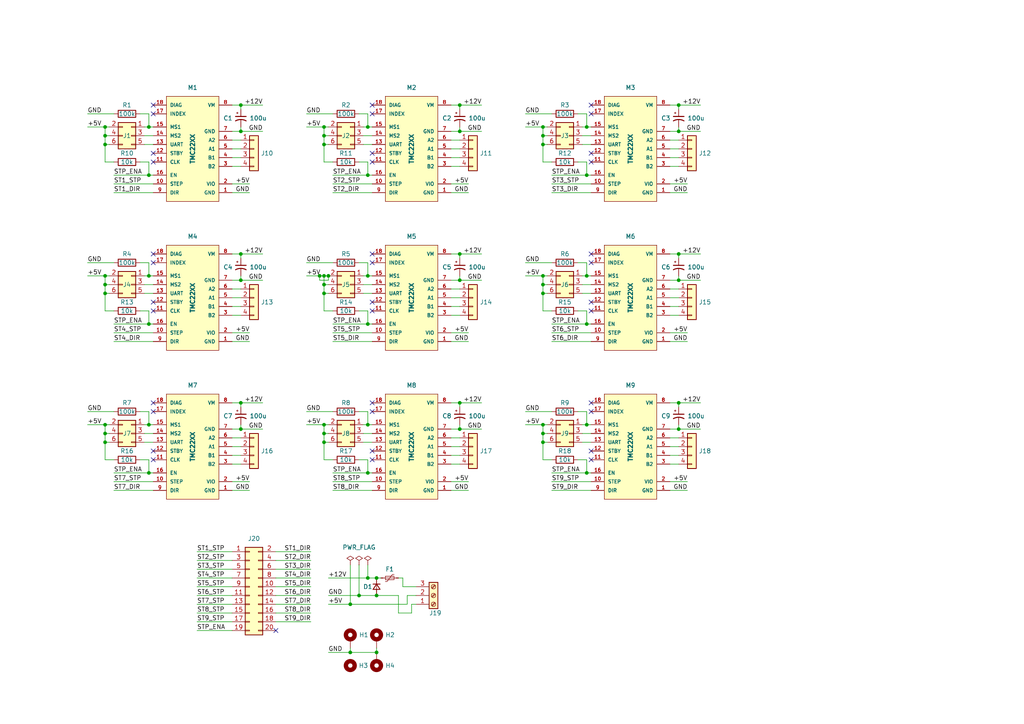
<source format=kicad_sch>
(kicad_sch (version 20231120) (generator "eeschema") (generator_version "8.0")
  (paper "A4")
  (title_block (title "StepperBoard") (date "2024-09-20") (rev "v2") (company "Team RED") (comment 1 "Designer: Shrijal"))
  (junction (at 69.85 81.28))
  (junction (at 30.48 128.27))
  (junction (at 196.85 30.48))
  (junction (at 93.98 36.83))
  (junction (at 170.18 36.83))
  (junction (at 30.48 123.19))
  (junction (at 101.6 189.23))
  (junction (at 30.48 41.91))
  (junction (at 157.48 39.37))
  (junction (at 170.18 123.19))
  (junction (at 43.18 123.19))
  (junction (at 106.68 137.16))
  (junction (at 196.85 124.46))
  (junction (at 93.98 128.27))
  (junction (at 106.68 167.64))
  (junction (at 133.35 116.84))
  (junction (at 93.98 125.73))
  (junction (at 106.68 36.83))
  (junction (at 93.98 123.19))
  (junction (at 69.85 73.66))
  (junction (at 93.98 39.37))
  (junction (at 106.68 50.8))
  (junction (at 69.85 30.48))
  (junction (at 43.18 93.98))
  (junction (at 196.85 116.84))
  (junction (at 30.48 80.01))
  (junction (at 30.48 82.55))
  (junction (at 157.48 123.19))
  (junction (at 93.98 80.01))
  (junction (at 133.35 30.48))
  (junction (at 157.48 36.83))
  (junction (at 69.85 116.84))
  (junction (at 157.48 82.55))
  (junction (at 43.18 50.8))
  (junction (at 170.18 80.01))
  (junction (at 196.85 73.66))
  (junction (at 95.25 80.01))
  (junction (at 109.22 172.72))
  (junction (at 106.68 93.98))
  (junction (at 196.85 38.1))
  (junction (at 133.35 81.28))
  (junction (at 106.68 80.01))
  (junction (at 43.18 36.83))
  (junction (at 30.48 36.83))
  (junction (at 69.85 124.46))
  (junction (at 93.98 41.91))
  (junction (at 157.48 41.91))
  (junction (at 157.48 125.73))
  (junction (at 92.71 80.01))
  (junction (at 106.68 123.19))
  (junction (at 170.18 93.98))
  (junction (at 30.48 39.37))
  (junction (at 30.48 85.09))
  (junction (at 170.18 137.16))
  (junction (at 109.22 189.23))
  (junction (at 133.35 38.1))
  (junction (at 43.18 80.01))
  (junction (at 109.22 167.64))
  (junction (at 30.48 125.73))
  (junction (at 157.48 128.27))
  (junction (at 101.6 175.26))
  (junction (at 43.18 137.16))
  (junction (at 170.18 50.8))
  (junction (at 104.14 172.72))
  (junction (at 196.85 81.28))
  (junction (at 93.98 82.55))
  (junction (at 133.35 124.46))
  (junction (at 157.48 85.09))
  (junction (at 157.48 80.01))
  (junction (at 93.98 85.09))
  (junction (at 69.85 38.1))
  (junction (at 133.35 73.66))
  (no_connect (at 44.45 130.81))
  (no_connect (at 44.45 76.2))
  (no_connect (at 44.45 119.38))
  (no_connect (at 44.45 30.48))
  (no_connect (at 44.45 44.45))
  (no_connect (at 107.95 90.17))
  (no_connect (at 44.45 133.35))
  (no_connect (at 171.45 87.63))
  (no_connect (at 171.45 116.84))
  (no_connect (at 171.45 44.45))
  (no_connect (at 171.45 90.17))
  (no_connect (at 107.95 33.02))
  (no_connect (at 171.45 30.48))
  (no_connect (at 171.45 46.99))
  (no_connect (at 171.45 76.2))
  (no_connect (at 44.45 116.84))
  (no_connect (at 80.01 182.88))
  (no_connect (at 171.45 33.02))
  (no_connect (at 44.45 73.66))
  (no_connect (at 107.95 76.2))
  (no_connect (at 44.45 46.99))
  (no_connect (at 171.45 119.38))
  (no_connect (at 107.95 130.81))
  (no_connect (at 107.95 133.35))
  (no_connect (at 171.45 73.66))
  (no_connect (at 107.95 73.66))
  (no_connect (at 171.45 133.35))
  (no_connect (at 171.45 130.81))
  (no_connect (at 44.45 33.02))
  (no_connect (at 107.95 116.84))
  (no_connect (at 107.95 30.48))
  (no_connect (at 107.95 87.63))
  (no_connect (at 107.95 44.45))
  (no_connect (at 44.45 87.63))
  (no_connect (at 107.95 46.99))
  (no_connect (at 44.45 90.17))
  (no_connect (at 107.95 119.38))
  (wire (pts (xy 160.02 137.16) (xy 170.18 137.16)))
  (wire (pts (xy 160.02 133.35) (xy 157.48 133.35)))
  (wire (pts (xy 194.31 127) (xy 196.85 127)))
  (wire (pts (xy 67.31 116.84) (xy 69.85 116.84)))
  (wire (pts (xy 133.35 118.11) (xy 133.35 116.84)))
  (wire (pts (xy 152.4 33.02) (xy 160.02 33.02)))
  (wire (pts (xy 67.31 43.18) (xy 69.85 43.18)))
  (wire (pts (xy 168.91 36.83) (xy 170.18 36.83)))
  (wire (pts (xy 43.18 36.83) (xy 44.45 36.83)))
  (wire (pts (xy 133.35 31.75) (xy 133.35 30.48)))
  (wire (pts (xy 67.31 96.52) (xy 72.39 96.52)))
  (wire (pts (xy 93.98 39.37) (xy 95.25 39.37)))
  (wire (pts (xy 157.48 128.27) (xy 157.48 125.73)))
  (wire (pts (xy 95.25 81.28) (xy 92.71 81.28)))
  (wire (pts (xy 157.48 36.83) (xy 158.75 36.83)))
  (wire (pts (xy 41.91 36.83) (xy 43.18 36.83)))
  (wire (pts (xy 96.52 142.24) (xy 107.95 142.24)))
  (wire (pts (xy 109.22 167.64) (xy 110.49 167.64)))
  (wire (pts (xy 194.31 132.08) (xy 196.85 132.08)))
  (wire (pts (xy 130.81 99.06) (xy 135.89 99.06)))
  (wire (pts (xy 57.15 170.18) (xy 67.31 170.18)))
  (wire (pts (xy 88.9 119.38) (xy 96.52 119.38)))
  (wire (pts (xy 30.48 128.27) (xy 30.48 125.73)))
  (wire (pts (xy 41.91 41.91) (xy 44.45 41.91)))
  (wire (pts (xy 130.81 88.9) (xy 133.35 88.9)))
  (wire (pts (xy 95.25 172.72) (xy 104.14 172.72)))
  (wire (pts (xy 96.52 46.99) (xy 93.98 46.99)))
  (wire (pts (xy 196.85 124.46) (xy 203.2 124.46)))
  (wire (pts (xy 30.48 39.37) (xy 30.48 36.83)))
  (wire (pts (xy 168.91 128.27) (xy 171.45 128.27)))
  (wire (pts (xy 104.14 90.17) (xy 106.68 90.17)))
  (wire (pts (xy 160.02 93.98) (xy 170.18 93.98)))
  (wire (pts (xy 130.81 43.18) (xy 133.35 43.18)))
  (wire (pts (xy 157.48 41.91) (xy 157.48 39.37)))
  (wire (pts (xy 57.15 172.72) (xy 67.31 172.72)))
  (wire (pts (xy 157.48 82.55) (xy 158.75 82.55)))
  (wire (pts (xy 67.31 139.7) (xy 72.39 139.7)))
  (wire (pts (xy 133.35 74.93) (xy 133.35 73.66)))
  (wire (pts (xy 101.6 189.23) (xy 101.6 187.96)))
  (wire (pts (xy 69.85 36.83) (xy 69.85 38.1)))
  (wire (pts (xy 119.38 177.8) (xy 119.38 175.26)))
  (wire (pts (xy 157.48 39.37) (xy 157.48 36.83)))
  (wire (pts (xy 105.41 41.91) (xy 107.95 41.91)))
  (wire (pts (xy 93.98 46.99) (xy 93.98 41.91)))
  (wire (pts (xy 57.15 180.34) (xy 67.31 180.34)))
  (wire (pts (xy 130.81 38.1) (xy 133.35 38.1)))
  (wire (pts (xy 69.85 30.48) (xy 76.2 30.48)))
  (wire (pts (xy 106.68 133.35) (xy 106.68 137.16)))
  (wire (pts (xy 43.18 76.2) (xy 43.18 80.01)))
  (wire (pts (xy 67.31 124.46) (xy 69.85 124.46)))
  (wire (pts (xy 130.81 91.44) (xy 133.35 91.44)))
  (wire (pts (xy 194.31 139.7) (xy 199.39 139.7)))
  (wire (pts (xy 67.31 129.54) (xy 69.85 129.54)))
  (wire (pts (xy 30.48 85.09) (xy 31.75 85.09)))
  (wire (pts (xy 88.9 76.2) (xy 96.52 76.2)))
  (wire (pts (xy 80.01 180.34) (xy 90.17 180.34)))
  (wire (pts (xy 133.35 123.19) (xy 133.35 124.46)))
  (wire (pts (xy 105.41 82.55) (xy 107.95 82.55)))
  (wire (pts (xy 33.02 139.7) (xy 44.45 139.7)))
  (wire (pts (xy 96.52 55.88) (xy 107.95 55.88)))
  (wire (pts (xy 168.91 39.37) (xy 171.45 39.37)))
  (wire (pts (xy 80.01 175.26) (xy 90.17 175.26)))
  (wire (pts (xy 106.68 137.16) (xy 107.95 137.16)))
  (wire (pts (xy 43.18 137.16) (xy 44.45 137.16)))
  (wire (pts (xy 160.02 90.17) (xy 157.48 90.17)))
  (wire (pts (xy 106.68 76.2) (xy 106.68 80.01)))
  (wire (pts (xy 30.48 133.35) (xy 30.48 128.27)))
  (wire (pts (xy 194.31 96.52) (xy 199.39 96.52)))
  (wire (pts (xy 130.81 124.46) (xy 133.35 124.46)))
  (wire (pts (xy 31.75 80.01) (xy 30.48 80.01)))
  (wire (pts (xy 67.31 81.28) (xy 69.85 81.28)))
  (wire (pts (xy 104.14 133.35) (xy 106.68 133.35)))
  (wire (pts (xy 96.52 50.8) (xy 106.68 50.8)))
  (wire (pts (xy 130.81 48.26) (xy 133.35 48.26)))
  (wire (pts (xy 194.31 142.24) (xy 199.39 142.24)))
  (wire (pts (xy 41.91 123.19) (xy 43.18 123.19)))
  (wire (pts (xy 101.6 163.83) (xy 101.6 175.26)))
  (wire (pts (xy 93.98 125.73) (xy 93.98 123.19)))
  (wire (pts (xy 170.18 76.2) (xy 170.18 80.01)))
  (wire (pts (xy 41.91 82.55) (xy 44.45 82.55)))
  (wire (pts (xy 101.6 175.26) (xy 118.11 175.26)))
  (wire (pts (xy 95.25 175.26) (xy 101.6 175.26)))
  (wire (pts (xy 170.18 33.02) (xy 170.18 36.83)))
  (wire (pts (xy 67.31 55.88) (xy 72.39 55.88)))
  (wire (pts (xy 116.84 170.18) (xy 120.65 170.18)))
  (wire (pts (xy 157.48 125.73) (xy 157.48 123.19)))
  (wire (pts (xy 196.85 118.11) (xy 196.85 116.84)))
  (wire (pts (xy 33.02 96.52) (xy 44.45 96.52)))
  (wire (pts (xy 130.81 45.72) (xy 133.35 45.72)))
  (wire (pts (xy 96.52 53.34) (xy 107.95 53.34)))
  (wire (pts (xy 106.68 167.64) (xy 109.22 167.64)))
  (wire (pts (xy 30.48 41.91) (xy 31.75 41.91)))
  (wire (pts (xy 41.91 80.01) (xy 43.18 80.01)))
  (wire (pts (xy 168.91 80.01) (xy 170.18 80.01)))
  (wire (pts (xy 130.81 127) (xy 133.35 127)))
  (wire (pts (xy 160.02 142.24) (xy 171.45 142.24)))
  (wire (pts (xy 57.15 175.26) (xy 67.31 175.26)))
  (wire (pts (xy 96.52 90.17) (xy 93.98 90.17)))
  (wire (pts (xy 194.31 38.1) (xy 196.85 38.1)))
  (wire (pts (xy 105.41 128.27) (xy 107.95 128.27)))
  (wire (pts (xy 101.6 189.23) (xy 109.22 189.23)))
  (wire (pts (xy 33.02 50.8) (xy 43.18 50.8)))
  (wire (pts (xy 25.4 36.83) (xy 30.48 36.83)))
  (wire (pts (xy 67.31 86.36) (xy 69.85 86.36)))
  (wire (pts (xy 196.85 30.48) (xy 203.2 30.48)))
  (wire (pts (xy 130.81 142.24) (xy 135.89 142.24)))
  (wire (pts (xy 43.18 133.35) (xy 43.18 137.16)))
  (wire (pts (xy 170.18 50.8) (xy 171.45 50.8)))
  (wire (pts (xy 96.52 93.98) (xy 106.68 93.98)))
  (wire (pts (xy 170.18 46.99) (xy 170.18 50.8)))
  (wire (pts (xy 196.85 36.83) (xy 196.85 38.1)))
  (wire (pts (xy 152.4 76.2) (xy 160.02 76.2)))
  (wire (pts (xy 33.02 99.06) (xy 44.45 99.06)))
  (wire (pts (xy 57.15 177.8) (xy 67.31 177.8)))
  (wire (pts (xy 67.31 40.64) (xy 69.85 40.64)))
  (wire (pts (xy 152.4 80.01) (xy 157.48 80.01)))
  (wire (pts (xy 168.91 82.55) (xy 171.45 82.55)))
  (wire (pts (xy 133.35 30.48) (xy 139.7 30.48)))
  (wire (pts (xy 25.4 123.19) (xy 30.48 123.19)))
  (wire (pts (xy 69.85 38.1) (xy 76.2 38.1)))
  (wire (pts (xy 130.81 132.08) (xy 133.35 132.08)))
  (wire (pts (xy 93.98 82.55) (xy 95.25 82.55)))
  (wire (pts (xy 41.91 125.73) (xy 44.45 125.73)))
  (wire (pts (xy 194.31 91.44) (xy 196.85 91.44)))
  (wire (pts (xy 57.15 167.64) (xy 67.31 167.64)))
  (wire (pts (xy 69.85 73.66) (xy 76.2 73.66)))
  (wire (pts (xy 93.98 123.19) (xy 95.25 123.19)))
  (wire (pts (xy 41.91 128.27) (xy 44.45 128.27)))
  (wire (pts (xy 33.02 55.88) (xy 44.45 55.88)))
  (wire (pts (xy 93.98 90.17) (xy 93.98 85.09)))
  (wire (pts (xy 40.64 133.35) (xy 43.18 133.35)))
  (wire (pts (xy 93.98 82.55) (xy 93.98 80.01)))
  (wire (pts (xy 93.98 80.01) (xy 95.25 80.01)))
  (wire (pts (xy 69.85 80.01) (xy 69.85 81.28)))
  (wire (pts (xy 118.11 172.72) (xy 120.65 172.72)))
  (wire (pts (xy 194.31 99.06) (xy 199.39 99.06)))
  (wire (pts (xy 170.18 133.35) (xy 170.18 137.16)))
  (wire (pts (xy 194.31 88.9) (xy 196.85 88.9)))
  (wire (pts (xy 106.68 46.99) (xy 106.68 50.8)))
  (wire (pts (xy 160.02 99.06) (xy 171.45 99.06)))
  (wire (pts (xy 33.02 142.24) (xy 44.45 142.24)))
  (wire (pts (xy 157.48 128.27) (xy 158.75 128.27)))
  (wire (pts (xy 168.91 125.73) (xy 171.45 125.73)))
  (wire (pts (xy 67.31 134.62) (xy 69.85 134.62)))
  (wire (pts (xy 196.85 31.75) (xy 196.85 30.48)))
  (wire (pts (xy 30.48 90.17) (xy 30.48 85.09)))
  (wire (pts (xy 196.85 73.66) (xy 203.2 73.66)))
  (wire (pts (xy 40.64 119.38) (xy 43.18 119.38)))
  (wire (pts (xy 30.48 82.55) (xy 30.48 80.01)))
  (wire (pts (xy 33.02 53.34) (xy 44.45 53.34)))
  (wire (pts (xy 157.48 133.35) (xy 157.48 128.27)))
  (wire (pts (xy 25.4 80.01) (xy 30.48 80.01)))
  (wire (pts (xy 167.64 46.99) (xy 170.18 46.99)))
  (wire (pts (xy 67.31 38.1) (xy 69.85 38.1)))
  (wire (pts (xy 130.81 96.52) (xy 135.89 96.52)))
  (wire (pts (xy 41.91 85.09) (xy 44.45 85.09)))
  (wire (pts (xy 133.35 80.01) (xy 133.35 81.28)))
  (wire (pts (xy 80.01 167.64) (xy 90.17 167.64)))
  (wire (pts (xy 40.64 76.2) (xy 43.18 76.2)))
  (wire (pts (xy 152.4 119.38) (xy 160.02 119.38)))
  (wire (pts (xy 43.18 123.19) (xy 44.45 123.19)))
  (wire (pts (xy 160.02 96.52) (xy 171.45 96.52)))
  (wire (pts (xy 116.84 167.64) (xy 116.84 170.18)))
  (wire (pts (xy 69.85 81.28) (xy 76.2 81.28)))
  (wire (pts (xy 130.81 73.66) (xy 133.35 73.66)))
  (wire (pts (xy 170.18 93.98) (xy 171.45 93.98)))
  (wire (pts (xy 95.25 189.23) (xy 101.6 189.23)))
  (wire (pts (xy 93.98 85.09) (xy 95.25 85.09)))
  (wire (pts (xy 106.68 36.83) (xy 107.95 36.83)))
  (wire (pts (xy 130.81 81.28) (xy 133.35 81.28)))
  (wire (pts (xy 69.85 116.84) (xy 76.2 116.84)))
  (wire (pts (xy 130.81 116.84) (xy 133.35 116.84)))
  (wire (pts (xy 130.81 55.88) (xy 135.89 55.88)))
  (wire (pts (xy 194.31 124.46) (xy 196.85 124.46)))
  (wire (pts (xy 88.9 36.83) (xy 93.98 36.83)))
  (wire (pts (xy 104.14 33.02) (xy 106.68 33.02)))
  (wire (pts (xy 105.41 36.83) (xy 106.68 36.83)))
  (wire (pts (xy 30.48 125.73) (xy 30.48 123.19)))
  (wire (pts (xy 167.64 119.38) (xy 170.18 119.38)))
  (wire (pts (xy 157.48 46.99) (xy 157.48 41.91)))
  (wire (pts (xy 43.18 90.17) (xy 43.18 93.98)))
  (wire (pts (xy 194.31 134.62) (xy 196.85 134.62)))
  (wire (pts (xy 109.22 172.72) (xy 115.57 172.72)))
  (wire (pts (xy 43.18 33.02) (xy 43.18 36.83)))
  (wire (pts (xy 130.81 83.82) (xy 133.35 83.82)))
  (wire (pts (xy 106.68 93.98) (xy 107.95 93.98)))
  (wire (pts (xy 95.25 80.01) (xy 95.25 81.28)))
  (wire (pts (xy 115.57 177.8) (xy 119.38 177.8)))
  (wire (pts (xy 33.02 133.35) (xy 30.48 133.35)))
  (wire (pts (xy 93.98 41.91) (xy 93.98 39.37)))
  (wire (pts (xy 105.41 80.01) (xy 106.68 80.01)))
  (wire (pts (xy 104.14 163.83) (xy 104.14 172.72)))
  (wire (pts (xy 41.91 39.37) (xy 44.45 39.37)))
  (wire (pts (xy 194.31 129.54) (xy 196.85 129.54)))
  (wire (pts (xy 67.31 160.02) (xy 57.15 160.02)))
  (wire (pts (xy 67.31 83.82) (xy 69.85 83.82)))
  (wire (pts (xy 168.91 123.19) (xy 170.18 123.19)))
  (wire (pts (xy 105.41 85.09) (xy 107.95 85.09)))
  (wire (pts (xy 106.68 119.38) (xy 106.68 123.19)))
  (wire (pts (xy 196.85 81.28) (xy 203.2 81.28)))
  (wire (pts (xy 157.48 123.19) (xy 158.75 123.19)))
  (wire (pts (xy 90.17 165.1) (xy 80.01 165.1)))
  (wire (pts (xy 194.31 30.48) (xy 196.85 30.48)))
  (wire (pts (xy 170.18 119.38) (xy 170.18 123.19)))
  (wire (pts (xy 170.18 123.19) (xy 171.45 123.19)))
  (wire (pts (xy 133.35 124.46) (xy 139.7 124.46)))
  (wire (pts (xy 69.85 123.19) (xy 69.85 124.46)))
  (wire (pts (xy 67.31 132.08) (xy 69.85 132.08)))
  (wire (pts (xy 160.02 46.99) (xy 157.48 46.99)))
  (wire (pts (xy 118.11 175.26) (xy 118.11 172.72)))
  (wire (pts (xy 157.48 80.01) (xy 158.75 80.01)))
  (wire (pts (xy 194.31 45.72) (xy 196.85 45.72)))
  (wire (pts (xy 93.98 36.83) (xy 95.25 36.83)))
  (wire (pts (xy 33.02 46.99) (xy 30.48 46.99)))
  (wire (pts (xy 168.91 85.09) (xy 171.45 85.09)))
  (wire (pts (xy 170.18 137.16) (xy 171.45 137.16)))
  (wire (pts (xy 31.75 123.19) (xy 30.48 123.19)))
  (wire (pts (xy 194.31 81.28) (xy 196.85 81.28)))
  (wire (pts (xy 104.14 46.99) (xy 106.68 46.99)))
  (wire (pts (xy 43.18 50.8) (xy 44.45 50.8)))
  (wire (pts (xy 104.14 76.2) (xy 106.68 76.2)))
  (wire (pts (xy 93.98 133.35) (xy 93.98 128.27)))
  (wire (pts (xy 30.48 41.91) (xy 30.48 46.99)))
  (wire (pts (xy 93.98 85.09) (xy 93.98 82.55)))
  (wire (pts (xy 157.48 85.09) (xy 157.48 82.55)))
  (wire (pts (xy 69.85 124.46) (xy 76.2 124.46)))
  (wire (pts (xy 170.18 36.83) (xy 171.45 36.83)))
  (wire (pts (xy 106.68 50.8) (xy 107.95 50.8)))
  (wire (pts (xy 157.48 39.37) (xy 158.75 39.37)))
  (wire (pts (xy 106.68 123.19) (xy 107.95 123.19)))
  (wire (pts (xy 96.52 133.35) (xy 93.98 133.35)))
  (wire (pts (xy 67.31 53.34) (xy 72.39 53.34)))
  (wire (pts (xy 104.14 119.38) (xy 106.68 119.38)))
  (wire (pts (xy 93.98 41.91) (xy 95.25 41.91)))
  (wire (pts (xy 194.31 116.84) (xy 196.85 116.84)))
  (wire (pts (xy 194.31 55.88) (xy 199.39 55.88)))
  (wire (pts (xy 30.48 125.73) (xy 31.75 125.73)))
  (wire (pts (xy 133.35 81.28) (xy 139.7 81.28)))
  (wire (pts (xy 115.57 172.72) (xy 115.57 177.8)))
  (wire (pts (xy 130.81 86.36) (xy 133.35 86.36)))
  (wire (pts (xy 167.64 90.17) (xy 170.18 90.17)))
  (wire (pts (xy 43.18 93.98) (xy 44.45 93.98)))
  (wire (pts (xy 93.98 128.27) (xy 93.98 125.73)))
  (wire (pts (xy 88.9 123.19) (xy 93.98 123.19)))
  (wire (pts (xy 106.68 33.02) (xy 106.68 36.83)))
  (wire (pts (xy 67.31 45.72) (xy 69.85 45.72)))
  (wire (pts (xy 30.48 85.09) (xy 30.48 82.55)))
  (wire (pts (xy 43.18 46.99) (xy 43.18 50.8)))
  (wire (pts (xy 67.31 165.1) (xy 57.15 165.1)))
  (wire (pts (xy 80.01 177.8) (xy 90.17 177.8)))
  (wire (pts (xy 133.35 73.66) (xy 139.7 73.66)))
  (wire (pts (xy 130.81 40.64) (xy 133.35 40.64)))
  (wire (pts (xy 196.85 123.19) (xy 196.85 124.46)))
  (wire (pts (xy 93.98 128.27) (xy 95.25 128.27)))
  (wire (pts (xy 33.02 93.98) (xy 43.18 93.98)))
  (wire (pts (xy 105.41 123.19) (xy 106.68 123.19)))
  (wire (pts (xy 160.02 139.7) (xy 171.45 139.7)))
  (wire (pts (xy 104.14 172.72) (xy 109.22 172.72)))
  (wire (pts (xy 30.48 82.55) (xy 31.75 82.55)))
  (wire (pts (xy 157.48 85.09) (xy 158.75 85.09)))
  (wire (pts (xy 170.18 80.01) (xy 171.45 80.01)))
  (wire (pts (xy 130.81 30.48) (xy 133.35 30.48)))
  (wire (pts (xy 106.68 80.01) (xy 107.95 80.01)))
  (wire (pts (xy 30.48 39.37) (xy 30.48 41.91)))
  (wire (pts (xy 69.85 118.11) (xy 69.85 116.84)))
  (wire (pts (xy 130.81 53.34) (xy 135.89 53.34)))
  (wire (pts (xy 88.9 33.02) (xy 96.52 33.02)))
  (wire (pts (xy 90.17 162.56) (xy 80.01 162.56)))
  (wire (pts (xy 67.31 73.66) (xy 69.85 73.66)))
  (wire (pts (xy 109.22 187.96) (xy 109.22 189.23)))
  (wire (pts (xy 40.64 46.99) (xy 43.18 46.99)))
  (wire (pts (xy 133.35 36.83) (xy 133.35 38.1)))
  (wire (pts (xy 168.91 41.91) (xy 171.45 41.91)))
  (wire (pts (xy 194.31 86.36) (xy 196.85 86.36)))
  (wire (pts (xy 152.4 36.83) (xy 157.48 36.83)))
  (wire (pts (xy 167.64 76.2) (xy 170.18 76.2)))
  (wire (pts (xy 119.38 175.26) (xy 120.65 175.26)))
  (wire (pts (xy 194.31 73.66) (xy 196.85 73.66)))
  (wire (pts (xy 67.31 48.26) (xy 69.85 48.26)))
  (wire (pts (xy 194.31 53.34) (xy 199.39 53.34)))
  (wire (pts (xy 157.48 125.73) (xy 158.75 125.73)))
  (wire (pts (xy 33.02 137.16) (xy 43.18 137.16)))
  (wire (pts (xy 67.31 162.56) (xy 57.15 162.56)))
  (wire (pts (xy 116.84 167.64) (xy 115.57 167.64)))
  (wire (pts (xy 106.68 163.83) (xy 106.68 167.64)))
  (wire (pts (xy 92.71 80.01) (xy 93.98 80.01)))
  (wire (pts (xy 40.64 33.02) (xy 43.18 33.02)))
  (wire (pts (xy 67.31 127) (xy 69.85 127)))
  (wire (pts (xy 69.85 31.75) (xy 69.85 30.48)))
  (wire (pts (xy 93.98 39.37) (xy 93.98 36.83)))
  (wire (pts (xy 160.02 53.34) (xy 171.45 53.34)))
  (wire (pts (xy 67.31 91.44) (xy 69.85 91.44)))
  (wire (pts (xy 67.31 142.24) (xy 72.39 142.24)))
  (wire (pts (xy 196.85 116.84) (xy 203.2 116.84)))
  (wire (pts (xy 43.18 119.38) (xy 43.18 123.19)))
  (wire (pts (xy 92.71 81.28) (xy 92.71 80.01)))
  (wire (pts (xy 43.18 80.01) (xy 44.45 80.01)))
  (wire (pts (xy 160.02 55.88) (xy 171.45 55.88)))
  (wire (pts (xy 96.52 137.16) (xy 106.68 137.16)))
  (wire (pts (xy 25.4 76.2) (xy 33.02 76.2)))
  (wire (pts (xy 133.35 116.84) (xy 139.7 116.84)))
  (wire (pts (xy 88.9 80.01) (xy 92.71 80.01)))
  (wire (pts (xy 194.31 43.18) (xy 196.85 43.18)))
  (wire (pts (xy 57.15 182.88) (xy 67.31 182.88)))
  (wire (pts (xy 157.48 41.91) (xy 158.75 41.91)))
  (wire (pts (xy 160.02 50.8) (xy 170.18 50.8)))
  (wire (pts (xy 167.64 133.35) (xy 170.18 133.35)))
  (wire (pts (xy 157.48 82.55) (xy 157.48 80.01)))
  (wire (pts (xy 80.01 172.72) (xy 90.17 172.72)))
  (wire (pts (xy 152.4 123.19) (xy 157.48 123.19)))
  (wire (pts (xy 90.17 160.02) (xy 80.01 160.02)))
  (wire (pts (xy 31.75 36.83) (xy 30.48 36.83)))
  (wire (pts (xy 106.68 90.17) (xy 106.68 93.98)))
  (wire (pts (xy 130.81 139.7) (xy 135.89 139.7)))
  (wire (pts (xy 96.52 139.7) (xy 107.95 139.7)))
  (wire (pts (xy 196.85 74.93) (xy 196.85 73.66)))
  (wire (pts (xy 96.52 99.06) (xy 107.95 99.06)))
  (wire (pts (xy 133.35 38.1) (xy 139.7 38.1)))
  (wire (pts (xy 170.18 90.17) (xy 170.18 93.98)))
  (wire (pts (xy 67.31 30.48) (xy 69.85 30.48)))
  (wire (pts (xy 130.81 134.62) (xy 133.35 134.62)))
  (wire (pts (xy 194.31 48.26) (xy 196.85 48.26)))
  (wire (pts (xy 96.52 96.52) (xy 107.95 96.52)))
  (wire (pts (xy 194.31 83.82) (xy 196.85 83.82)))
  (wire (pts (xy 25.4 119.38) (xy 33.02 119.38)))
  (wire (pts (xy 30.48 128.27) (xy 31.75 128.27)))
  (wire (pts (xy 196.85 80.01) (xy 196.85 81.28)))
  (wire (pts (xy 130.81 129.54) (xy 133.35 129.54)))
  (wire (pts (xy 67.31 99.06) (xy 72.39 99.06)))
  (wire (pts (xy 196.85 38.1) (xy 203.2 38.1)))
  (wire (pts (xy 33.02 90.17) (xy 30.48 90.17)))
  (wire (pts (xy 67.31 88.9) (xy 69.85 88.9)))
  (wire (pts (xy 105.41 39.37) (xy 107.95 39.37)))
  (wire (pts (xy 69.85 74.93) (xy 69.85 73.66)))
  (wire (pts (xy 167.64 33.02) (xy 170.18 33.02)))
  (wire (pts (xy 95.25 167.64) (xy 106.68 167.64)))
  (wire (pts (xy 25.4 33.02) (xy 33.02 33.02)))
  (wire (pts (xy 40.64 90.17) (xy 43.18 90.17)))
  (wire (pts (xy 157.48 90.17) (xy 157.48 85.09)))
  (wire (pts (xy 80.01 170.18) (xy 90.17 170.18)))
  (wire (pts (xy 194.31 40.64) (xy 196.85 40.64)))
  (wire (pts (xy 93.98 125.73) (xy 95.25 125.73)))
  (wire (pts (xy 30.48 39.37) (xy 31.75 39.37)))
  (wire (pts (xy 105.41 125.73) (xy 107.95 125.73)))
  (label "GND" (at 152.4 76.2 0) (property "Netclass" "12V" (effects (hide yes))))
  (label "ST2_DIR" (at 96.52 55.88 0))
  (label "+5V" (at 25.4 80.01 0) (property "Netclass" "12V" (effects (hide yes))))
  (label "ST7_STP" (at 33.02 139.7 0))
  (label "ST7_STP" (at 57.15 175.26 0))
  (label "ST2_DIR" (at 90.17 162.56 180))
  (label "ST6_DIR" (at 160.02 99.06 0))
  (label "+5V" (at 88.9 80.01 0) (property "Netclass" "12V" (effects (hide yes))))
  (label "ST6_STP" (at 57.15 172.72 0))
  (label "ST4_DIR" (at 33.02 99.06 0))
  (label "+12V" (at 76.2 116.84 180))
  (label "+12V" (at 95.25 167.64 0))
  (label "GND" (at 88.9 33.02 0) (property "Netclass" "12V" (effects (hide yes))))
  (label "GND" (at 135.89 55.88 180))
  (label "ST3_DIR" (at 160.02 55.88 0))
  (label "ST8_STP" (at 96.52 139.7 0))
  (label "STP_ENA" (at 33.02 50.8 0) (property "Netclass" "5V" (effects (hide yes))))
  (label "ST8_DIR" (at 90.17 177.8 180))
  (label "GND" (at 25.4 33.02 0) (property "Netclass" "12V" (effects (hide yes))))
  (label "+12V" (at 76.2 73.66 180))
  (label "ST5_STP" (at 57.15 170.18 0))
  (label "GND" (at 135.89 142.24 180))
  (label "+12V" (at 203.2 116.84 180))
  (label "GND" (at 88.9 76.2 0) (property "Netclass" "12V" (effects (hide yes))))
  (label "+5V" (at 88.9 123.19 0) (property "Netclass" "12V" (effects (hide yes))))
  (label "GND" (at 95.25 189.23 0))
  (label "+5V" (at 135.89 96.52 180))
  (label "ST1_DIR" (at 33.02 55.88 0))
  (label "ST9_STP" (at 57.15 180.34 0))
  (label "GND" (at 76.2 124.46 180))
  (label "+5V" (at 72.39 96.52 180))
  (label "STP_ENA" (at 96.52 50.8 0) (property "Netclass" "5V" (effects (hide yes))))
  (label "+12V" (at 139.7 30.48 180))
  (label "ST4_DIR" (at 90.17 167.64 180))
  (label "+12V" (at 139.7 116.84 180))
  (label "ST7_DIR" (at 33.02 142.24 0))
  (label "GND" (at 72.39 55.88 180))
  (label "ST2_STP" (at 96.52 53.34 0))
  (label "ST9_DIR" (at 90.17 180.34 180))
  (label "GND" (at 152.4 33.02 0) (property "Netclass" "12V" (effects (hide yes))))
  (label "GND" (at 152.4 119.38 0) (property "Netclass" "12V" (effects (hide yes))))
  (label "GND" (at 76.2 38.1 180))
  (label "ST8_DIR" (at 96.52 142.24 0))
  (label "+5V" (at 88.9 36.83 0) (property "Netclass" "12V" (effects (hide yes))))
  (label "+5V" (at 95.25 175.26 0))
  (label "+5V" (at 135.89 53.34 180))
  (label "+5V" (at 72.39 53.34 180))
  (label "GND" (at 25.4 119.38 0) (property "Netclass" "12V" (effects (hide yes))))
  (label "ST1_STP" (at 57.15 160.02 0))
  (label "ST6_DIR" (at 90.17 172.72 180))
  (label "GND" (at 72.39 99.06 180))
  (label "+12V" (at 76.2 30.48 180))
  (label "STP_ENA" (at 33.02 137.16 0) (property "Netclass" "5V" (effects (hide yes))))
  (label "ST1_DIR" (at 90.17 160.02 180))
  (label "STP_ENA" (at 57.15 182.88 0))
  (label "+5V" (at 152.4 123.19 0) (property "Netclass" "12V" (effects (hide yes))))
  (label "+5V" (at 152.4 80.01 0) (property "Netclass" "12V" (effects (hide yes))))
  (label "GND" (at 95.25 172.72 0))
  (label "ST5_DIR" (at 90.17 170.18 180))
  (label "+12V" (at 139.7 73.66 180))
  (label "ST9_STP" (at 160.02 139.7 0))
  (label "+5V" (at 72.39 139.7 180))
  (label "GND" (at 72.39 142.24 180))
  (label "STP_ENA" (at 96.52 137.16 0) (property "Netclass" "5V" (effects (hide yes))))
  (label "+5V" (at 25.4 123.19 0) (property "Netclass" "12V" (effects (hide yes))))
  (label "+12V" (at 203.2 73.66 180))
  (label "ST4_STP" (at 33.02 96.52 0))
  (label "+5V" (at 199.39 139.7 180))
  (label "ST3_STP" (at 160.02 53.34 0))
  (label "GND" (at 139.7 38.1 180))
  (label "GND" (at 199.39 55.88 180))
  (label "ST8_STP" (at 57.15 177.8 0))
  (label "GND" (at 139.7 81.28 180))
  (label "ST2_STP" (at 57.15 162.56 0))
  (label "GND" (at 76.2 81.28 180))
  (label "ST3_DIR" (at 90.17 165.1 180))
  (label "GND" (at 199.39 142.24 180))
  (label "STP_ENA" (at 160.02 50.8 0) (property "Netclass" "5V" (effects (hide yes))))
  (label "GND" (at 203.2 81.28 180))
  (label "GND" (at 203.2 38.1 180))
  (label "ST6_STP" (at 160.02 96.52 0))
  (label "STP_ENA" (at 96.52 93.98 0) (property "Netclass" "5V" (effects (hide yes))))
  (label "GND" (at 203.2 124.46 180))
  (label "GND" (at 88.9 119.38 0) (property "Netclass" "12V" (effects (hide yes))))
  (label "ST3_STP" (at 57.15 165.1 0))
  (label "+5V" (at 199.39 53.34 180))
  (label "+12V" (at 203.2 30.48 180))
  (label "GND" (at 135.89 99.06 180))
  (label "ST4_STP" (at 57.15 167.64 0))
  (label "ST5_STP" (at 96.52 96.52 0))
  (label "GND" (at 199.39 99.06 180))
  (label "+5V" (at 135.89 139.7 180))
  (label "STP_ENA" (at 160.02 93.98 0) (property "Netclass" "5V" (effects (hide yes))))
  (label "GND" (at 139.7 124.46 180))
  (label "ST7_DIR" (at 90.17 175.26 180))
  (label "ST5_DIR" (at 96.52 99.06 0))
  (label "STP_ENA" (at 160.02 137.16 0) (property "Netclass" "5V" (effects (hide yes))))
  (label "GND" (at 25.4 76.2 0) (property "Netclass" "12V" (effects (hide yes))))
  (label "ST9_DIR" (at 160.02 142.24 0))
  (label "+5V" (at 152.4 36.83 0) (property "Netclass" "12V" (effects (hide yes))))
  (label "+5V" (at 199.39 96.52 180))
  (label "STP_ENA" (at 33.02 93.98 0) (property "Netclass" "5V" (effects (hide yes))))
  (label "+5V" (at 25.4 36.83 0) (property "Netclass" "12V" (effects (hide yes))))
  (label "ST1_STP" (at 33.02 53.34 0))
  (symbol (lib_id "Connector_Generic:Conn_02x03_Odd_Even") (at 38.1 125.73 0) (mirror y) (unit 1)
    (property "Reference" "J7" (at 36.83 125.73 0))
    (property "Value" "Conn_02x03_Odd_Even" (effects (hide yes)))
    (property "Footprint" "Connector_PinHeader_2.54mm:PinHeader_2x03_P2.54mm_Vertical" (effects (hide yes)))
    (property "Description" "Generic connector, double row, 02x03, odd/even pin numbering scheme (row 1 odd numbers, row 2 even numbers), script generated (kicad-library-utils/schlib/autogen/connector/)" (effects (hide yes)))
  )
  (symbol (lib_id "Connector_Generic:Conn_02x03_Odd_Even") (at 101.6 125.73 0) (mirror y) (unit 1)
    (property "Reference" "J8" (at 100.33 125.73 0))
    (property "Value" "Conn_02x03_Odd_Even" (effects (hide yes)))
    (property "Footprint" "Connector_PinHeader_2.54mm:PinHeader_2x03_P2.54mm_Vertical" (effects (hide yes)))
    (property "Description" "Generic connector, double row, 02x03, odd/even pin numbering scheme (row 1 odd numbers, row 2 even numbers), script generated (kicad-library-utils/schlib/autogen/connector/)" (effects (hide yes)))
  )
  (symbol (lib_id "Device:R") (at 163.83 90.17 90) (unit 1)
    (property "Reference" "R15" (at 163.83 87.63 90))
    (property "Value" "10k" (at 163.83 90.17 90))
    (property "Footprint" "Resistor_THT:R_Axial_DIN0204_L3.6mm_D1.6mm_P5.08mm_Horizontal" (effects (hide yes)))
    (property "Description" "Resistor" (effects (hide yes)))
  )
  (symbol (lib_id "Motor_Driver:TMC22XX") (at 55.88 130.81 0) (unit 1)
    (property "Reference" "M7" (at 55.88 111.76 0))
    (property "Value" "TMC22XX" (at 55.88 129.54 90) (effects (font (bold yes))))
    (property "Footprint" "Motor_Driver:MKS_TMC22XX" (effects (hide yes)))
    (property "SnapEDA" "https://www.snapeda.com/parts/TMC2209%20SILENTSTEPSTICK/Trinamic+Motion+Control+GmbH/view-part/?ref=snap" (effects (hide yes)))
  )
  (symbol (lib_id "Device:R") (at 163.83 119.38 90) (unit 1)
    (property "Reference" "R9" (at 163.83 116.84 90))
    (property "Value" "100k" (at 163.83 119.38 90))
    (property "Footprint" "Resistor_THT:R_Axial_DIN0204_L3.6mm_D1.6mm_P5.08mm_Horizontal" (effects (hide yes)))
    (property "Description" "Resistor" (effects (hide yes)))
  )
  (symbol (lib_id "Device:R") (at 100.33 133.35 90) (unit 1)
    (property "Reference" "R17" (at 100.33 130.81 90))
    (property "Value" "10k" (at 100.33 133.35 90))
    (property "Footprint" "Resistor_THT:R_Axial_DIN0204_L3.6mm_D1.6mm_P5.08mm_Horizontal" (effects (hide yes)))
    (property "Description" "Resistor" (effects (hide yes)))
  )
  (symbol (lib_id "Device:C_Polarized_Small_US") (at 133.35 34.29 0) (unit 1)
    (property "Reference" "C2" (at 128.27 34.29 0) (effects (justify left)))
    (property "Value" "100u" (at 135.89 34.29 0) (effects (justify left)))
    (property "Footprint" "Capacitor_THT:CP_Radial_D8.0mm_P2.50mm" (effects (hide yes)))
    (property "Description" "Polarized capacitor, small US symbol" (effects (hide yes)))
  )
  (symbol (lib_id "Connector_Generic:Conn_02x03_Odd_Even") (at 165.1 125.73 0) (mirror y) (unit 1)
    (property "Reference" "J9" (at 163.83 125.73 0))
    (property "Value" "Conn_02x03_Odd_Even" (effects (hide yes)))
    (property "Footprint" "Connector_PinHeader_2.54mm:PinHeader_2x03_P2.54mm_Vertical" (effects (hide yes)))
    (property "Description" "Generic connector, double row, 02x03, odd/even pin numbering scheme (row 1 odd numbers, row 2 even numbers), script generated (kicad-library-utils/schlib/autogen/connector/)" (effects (hide yes)))
  )
  (symbol (lib_id "Device:R") (at 163.83 46.99 90) (unit 1)
    (property "Reference" "R12" (at 163.83 44.45 90))
    (property "Value" "10k" (at 163.83 46.99 90))
    (property "Footprint" "Resistor_THT:R_Axial_DIN0204_L3.6mm_D1.6mm_P5.08mm_Horizontal" (effects (hide yes)))
    (property "Description" "Resistor" (effects (hide yes)))
  )
  (symbol (lib_id "Connector_Generic:Conn_01x04") (at 137.16 129.54 0) (unit 1)
    (property "Reference" "J17" (at 140.97 130.81 0))
    (property "Value" "Conn_01x04" (effects (hide yes)))
    (property "Footprint" "Connectors_JST:JST_XH_1x04_P2.54mm_Vertical" (effects (hide yes)))
    (property "Description" "Generic connector, single row, 01x04, script generated (kicad-library-utils/schlib/autogen/connector/)" (effects (hide yes)))
  )
  (symbol (lib_id "power:PWR_FLAG") (at 101.6 163.83 0) (unit 1)
    (property "Reference" "#FLG01" (effects (hide yes)))
    (property "Value" "PWR_FLAG" (effects (hide yes)))
    (property "Description" "Special symbol for telling ERC where power comes from" (effects (hide yes)))
  )
  (symbol (lib_id "Device:C_Polarized_Small_US") (at 133.35 120.65 0) (unit 1)
    (property "Reference" "C8" (at 128.27 120.65 0) (effects (justify left)))
    (property "Value" "100u" (at 135.89 120.65 0) (effects (justify left)))
    (property "Footprint" "Capacitor_THT:CP_Radial_D8.0mm_P2.50mm" (effects (hide yes)))
    (property "Description" "Polarized capacitor, small US symbol" (effects (hide yes)))
  )
  (symbol (lib_id "Device:C_Polarized_Small_US") (at 196.85 120.65 0) (unit 1)
    (property "Reference" "C9" (at 191.77 120.65 0) (effects (justify left)))
    (property "Value" "100u" (at 199.39 120.65 0) (effects (justify left)))
    (property "Footprint" "Capacitor_THT:CP_Radial_D8.0mm_P2.50mm" (effects (hide yes)))
    (property "Description" "Polarized capacitor, small US symbol" (effects (hide yes)))
  )
  (symbol (lib_id "Motor_Driver:TMC22XX") (at 119.38 130.81 0) (unit 1)
    (property "Reference" "M8" (at 119.38 111.76 0))
    (property "Value" "TMC22XX" (at 119.38 129.54 90) (effects (font (bold yes))))
    (property "Footprint" "Motor_Driver:MKS_TMC22XX" (effects (hide yes)))
    (property "SnapEDA" "https://www.snapeda.com/parts/TMC2209%20SILENTSTEPSTICK/Trinamic+Motion+Control+GmbH/view-part/?ref=snap" (effects (hide yes)))
  )
  (symbol (lib_id "Connector_Generic:Conn_01x04") (at 200.66 86.36 0) (unit 1)
    (property "Reference" "J15" (at 204.47 87.63 0))
    (property "Value" "Conn_01x04" (effects (hide yes)))
    (property "Footprint" "Connectors_JST:JST_XH_1x04_P2.54mm_Vertical" (effects (hide yes)))
    (property "Description" "Generic connector, single row, 01x04, script generated (kicad-library-utils/schlib/autogen/connector/)" (effects (hide yes)))
  )
  (symbol (lib_id "Connector_Generic:Conn_01x04") (at 200.66 43.18 0) (unit 1)
    (property "Reference" "J12" (at 204.47 44.45 0))
    (property "Value" "Conn_01x04" (effects (hide yes)))
    (property "Footprint" "Connectors_JST:JST_XH_1x04_P2.54mm_Vertical" (effects (hide yes)))
    (property "Description" "Generic connector, single row, 01x04, script generated (kicad-library-utils/schlib/autogen/connector/)" (effects (hide yes)))
  )
  (symbol (lib_id "power:PWR_FLAG") (at 106.68 163.83 0) (unit 1)
    (property "Reference" "#FLG03" (effects (hide yes)))
    (property "Value" "PWR_FLAG" (effects (hide yes)))
    (property "Description" "Special symbol for telling ERC where power comes from" (effects (hide yes)))
  )
  (symbol (lib_id "power:PWR_FLAG") (at 104.14 163.83 0) (unit 1)
    (property "Reference" "#FLG02" (effects (hide yes)))
    (property "Value" "PWR_FLAG" (at 104.14 158.75 0))
    (property "Description" "Special symbol for telling ERC where power comes from" (effects (hide yes)))
  )
  (symbol (lib_id "Device:C_Polarized_Small_US") (at 69.85 34.29 0) (unit 1)
    (property "Reference" "C1" (at 64.77 34.29 0) (effects (justify left)))
    (property "Value" "100u" (at 72.39 34.29 0) (effects (justify left)))
    (property "Footprint" "Capacitor_THT:CP_Radial_D8.0mm_P2.50mm" (effects (hide yes)))
    (property "Description" "Polarized capacitor, small US symbol" (effects (hide yes)))
  )
  (symbol (lib_id "Device:R") (at 100.33 46.99 90) (unit 1)
    (property "Reference" "R11" (at 100.33 44.45 90))
    (property "Value" "10k" (at 100.33 46.99 90))
    (property "Footprint" "Resistor_THT:R_Axial_DIN0204_L3.6mm_D1.6mm_P5.08mm_Horizontal" (effects (hide yes)))
    (property "Description" "Resistor" (effects (hide yes)))
  )
  (symbol (lib_id "Motor_Driver:TMC22XX") (at 182.88 130.81 0) (unit 1)
    (property "Reference" "M9" (at 182.88 111.76 0))
    (property "Value" "TMC22XX" (at 182.88 129.54 90) (effects (font (bold yes))))
    (property "Footprint" "Motor_Driver:MKS_TMC22XX" (effects (hide yes)))
    (property "SnapEDA" "https://www.snapeda.com/parts/TMC2209%20SILENTSTEPSTICK/Trinamic+Motion+Control+GmbH/view-part/?ref=snap" (effects (hide yes)))
  )
  (symbol (lib_id "Device:Polyfuse_Small") (at 113.03 167.64 270) (unit 1)
    (property "Reference" "F1" (at 113.03 165.1 90))
    (property "Value" "Polyfuse_Small" (effects (hide yes)))
    (property "Footprint" "Fuses_THT:Fuse_Tyco_RGEF1400" (effects (hide yes)))
    (property "Description" "Resettable fuse, polymeric positive temperature coefficient, small symbol" (effects (hide yes)))
  )
  (symbol (lib_id "Connector_Generic:Conn_01x04") (at 73.66 86.36 0) (unit 1)
    (property "Reference" "J13" (at 77.47 87.63 0))
    (property "Value" "Conn_01x04" (effects (hide yes)))
    (property "Footprint" "Connectors_JST:JST_XH_1x04_P2.54mm_Vertical" (effects (hide yes)))
    (property "Description" "Generic connector, single row, 01x04, script generated (kicad-library-utils/schlib/autogen/connector/)" (effects (hide yes)))
  )
  (symbol (lib_id "Device:R") (at 36.83 76.2 90) (unit 1)
    (property "Reference" "R4" (at 36.83 73.66 90))
    (property "Value" "100k" (at 36.83 76.2 90))
    (property "Footprint" "Resistor_THT:R_Axial_DIN0204_L3.6mm_D1.6mm_P5.08mm_Horizontal" (effects (hide yes)))
    (property "Description" "Resistor" (effects (hide yes)))
  )
  (symbol (lib_id "Connector:Screw_Terminal_01x03") (at 125.73 172.72 0) (mirror x) (unit 1)
    (property "Reference" "J19" (at 124.46 177.8 0) (effects (justify left)))
    (property "Value" "Screw_Terminal_01x03" (effects (hide yes)))
    (property "Footprint" "Connector_Phoenix_MSTB:PhoenixContact_MSTBA_2,5_3-G-5,08_1x03_P5.08mm_Horizontal" (effects (hide yes)))
    (property "Description" "Generic screw terminal, single row, 01x03, script generated (kicad-library-utils/schlib/autogen/connector/)" (effects (hide yes)))
  )
  (symbol (lib_id "Device:R") (at 36.83 119.38 90) (unit 1)
    (property "Reference" "R7" (at 36.83 116.84 90))
    (property "Value" "100k" (at 36.83 119.38 90))
    (property "Footprint" "Resistor_THT:R_Axial_DIN0204_L3.6mm_D1.6mm_P5.08mm_Horizontal" (effects (hide yes)))
    (property "Description" "Resistor" (effects (hide yes)))
  )
  (symbol (lib_id "Connector_Generic:Conn_02x03_Odd_Even") (at 101.6 39.37 0) (mirror y) (unit 1)
    (property "Reference" "J2" (at 100.33 39.37 0))
    (property "Value" "Conn_02x03_Odd_Even" (effects (hide yes)))
    (property "Footprint" "Connector_PinHeader_2.54mm:PinHeader_2x03_P2.54mm_Vertical" (effects (hide yes)))
    (property "Description" "Generic connector, double row, 02x03, odd/even pin numbering scheme (row 1 odd numbers, row 2 even numbers), script generated (kicad-library-utils/schlib/autogen/connector/)" (effects (hide yes)))
  )
  (symbol (lib_id "Connector_Generic:Conn_02x03_Odd_Even") (at 38.1 39.37 0) (mirror y) (unit 1)
    (property "Reference" "J1" (at 36.83 39.37 0))
    (property "Value" "Conn_02x03_Odd_Even" (effects (hide yes)))
    (property "Footprint" "Connector_PinHeader_2.54mm:PinHeader_2x03_P2.54mm_Vertical" (effects (hide yes)))
    (property "Description" "Generic connector, double row, 02x03, odd/even pin numbering scheme (row 1 odd numbers, row 2 even numbers), script generated (kicad-library-utils/schlib/autogen/connector/)" (effects (hide yes)))
  )
  (symbol (lib_id "Device:R") (at 100.33 76.2 90) (unit 1)
    (property "Reference" "R5" (at 100.33 73.66 90))
    (property "Value" "100k" (at 100.33 76.2 90))
    (property "Footprint" "Resistor_THT:R_Axial_DIN0204_L3.6mm_D1.6mm_P5.08mm_Horizontal" (effects (hide yes)))
    (property "Description" "Resistor" (effects (hide yes)))
  )
  (symbol (lib_id "Mechanical:MountingHole_Pad") (at 101.6 185.42 0) (unit 1) (exclude_from_sim yes) (in_bom no)
    (property "Reference" "H1" (at 104.14 184.1499 0) (effects (justify left)))
    (property "Value" "MountingHole_Pad" (effects (hide yes)))
    (property "Footprint" "MountingHole:MountingHole_3.2mm_M3_Pad_Via" (effects (hide yes)))
    (property "Description" "Mounting Hole with connection" (effects (hide yes)))
  )
  (symbol (lib_id "Device:R") (at 36.83 46.99 90) (unit 1)
    (property "Reference" "R10" (at 36.83 44.45 90))
    (property "Value" "10k" (at 36.83 46.99 90))
    (property "Footprint" "Resistor_THT:R_Axial_DIN0204_L3.6mm_D1.6mm_P5.08mm_Horizontal" (effects (hide yes)))
    (property "Description" "Resistor" (effects (hide yes)))
  )
  (symbol (lib_id "Motor_Driver:TMC22XX") (at 119.38 87.63 0) (unit 1)
    (property "Reference" "M5" (at 119.38 68.58 0))
    (property "Value" "TMC22XX" (at 119.38 86.36 90) (effects (font (bold yes))))
    (property "Footprint" "Motor_Driver:MKS_TMC22XX" (effects (hide yes)))
    (property "SnapEDA" "https://www.snapeda.com/parts/TMC2209%20SILENTSTEPSTICK/Trinamic+Motion+Control+GmbH/view-part/?ref=snap" (effects (hide yes)))
  )
  (symbol (lib_id "Motor_Driver:TMC22XX") (at 119.38 44.45 0) (unit 1)
    (property "Reference" "M2" (at 119.38 25.4 0))
    (property "Value" "TMC22XX" (at 119.38 43.18 90) (effects (font (bold yes))))
    (property "Footprint" "Motor_Driver:MKS_TMC22XX" (effects (hide yes)))
    (property "SnapEDA" "https://www.snapeda.com/parts/TMC2209%20SILENTSTEPSTICK/Trinamic+Motion+Control+GmbH/view-part/?ref=snap" (effects (hide yes)))
  )
  (symbol (lib_id "Device:R") (at 36.83 133.35 90) (unit 1)
    (property "Reference" "R16" (at 36.83 130.81 90))
    (property "Value" "10k" (at 36.83 133.35 90))
    (property "Footprint" "Resistor_THT:R_Axial_DIN0204_L3.6mm_D1.6mm_P5.08mm_Horizontal" (effects (hide yes)))
    (property "Description" "Resistor" (effects (hide yes)))
  )
  (symbol (lib_id "Device:D_Small") (at 109.22 170.18 270) (unit 1)
    (property "Reference" "D1" (at 106.68 170.18 90))
    (property "Value" "D_Small" (effects (hide yes)))
    (property "Footprint" "Diode_THT:D_DO-35_SOD27_P7.62mm_Horizontal" (effects (hide yes)))
    (property "Description" "Diode, small symbol" (effects (hide yes)))
    (property "Sim.Device" "D" (effects (hide yes)))
    (property "Sim.Pins" "1=K 2=A" (effects (hide yes)))
  )
  (symbol (lib_id "Device:R") (at 163.83 33.02 90) (unit 1)
    (property "Reference" "R3" (at 163.83 30.48 90))
    (property "Value" "100k" (at 163.83 33.02 90))
    (property "Footprint" "Resistor_THT:R_Axial_DIN0204_L3.6mm_D1.6mm_P5.08mm_Horizontal" (effects (hide yes)))
    (property "Description" "Resistor" (effects (hide yes)))
  )
  (symbol (lib_id "Device:R") (at 36.83 90.17 90) (unit 1)
    (property "Reference" "R13" (at 36.83 87.63 90))
    (property "Value" "10k" (at 36.83 90.17 90))
    (property "Footprint" "Resistor_THT:R_Axial_DIN0204_L3.6mm_D1.6mm_P5.08mm_Horizontal" (effects (hide yes)))
    (property "Description" "Resistor" (effects (hide yes)))
  )
  (symbol (lib_id "Connector_Generic:Conn_01x04") (at 137.16 43.18 0) (unit 1)
    (property "Reference" "J11" (at 140.97 44.45 0))
    (property "Value" "Conn_01x04" (effects (hide yes)))
    (property "Footprint" "Connectors_JST:JST_XH_1x04_P2.54mm_Vertical" (effects (hide yes)))
    (property "Description" "Generic connector, single row, 01x04, script generated (kicad-library-utils/schlib/autogen/connector/)" (effects (hide yes)))
  )
  (symbol (lib_id "Device:C_Polarized_Small_US") (at 133.35 77.47 0) (unit 1)
    (property "Reference" "C5" (at 128.27 77.47 0) (effects (justify left)))
    (property "Value" "100u" (at 135.89 77.47 0) (effects (justify left)))
    (property "Footprint" "Capacitor_THT:CP_Radial_D8.0mm_P2.50mm" (effects (hide yes)))
    (property "Description" "Polarized capacitor, small US symbol" (effects (hide yes)))
  )
  (symbol (lib_id "Device:R") (at 100.33 33.02 90) (unit 1)
    (property "Reference" "R2" (at 100.33 30.48 90))
    (property "Value" "100k" (at 100.33 33.02 90))
    (property "Footprint" "Resistor_THT:R_Axial_DIN0204_L3.6mm_D1.6mm_P5.08mm_Horizontal" (effects (hide yes)))
    (property "Description" "Resistor" (effects (hide yes)))
  )
  (symbol (lib_id "Connector_Generic:Conn_01x04") (at 200.66 129.54 0) (unit 1)
    (property "Reference" "J18" (at 204.47 130.81 0))
    (property "Value" "Conn_01x04" (effects (hide yes)))
    (property "Footprint" "Connectors_JST:JST_XH_1x04_P2.54mm_Vertical" (effects (hide yes)))
    (property "Description" "Generic connector, single row, 01x04, script generated (kicad-library-utils/schlib/autogen/connector/)" (effects (hide yes)))
  )
  (symbol (lib_id "Motor_Driver:TMC22XX") (at 182.88 44.45 0) (unit 1)
    (property "Reference" "M3" (at 182.88 25.4 0))
    (property "Value" "TMC22XX" (at 182.88 43.18 90) (effects (font (bold yes))))
    (property "Footprint" "Motor_Driver:MKS_TMC22XX" (effects (hide yes)))
    (property "SnapEDA" "https://www.snapeda.com/parts/TMC2209%20SILENTSTEPSTICK/Trinamic+Motion+Control+GmbH/view-part/?ref=snap" (effects (hide yes)))
  )
  (symbol (lib_id "Device:C_Polarized_Small_US") (at 196.85 34.29 0) (unit 1)
    (property "Reference" "C3" (at 191.77 34.29 0) (effects (justify left)))
    (property "Value" "100u" (at 199.39 34.29 0) (effects (justify left)))
    (property "Footprint" "Capacitor_THT:CP_Radial_D8.0mm_P2.50mm" (effects (hide yes)))
    (property "Description" "Polarized capacitor, small US symbol" (effects (hide yes)))
  )
  (symbol (lib_id "Connector_Generic:Conn_02x03_Odd_Even") (at 165.1 82.55 0) (mirror y) (unit 1)
    (property "Reference" "J6" (at 163.83 82.55 0))
    (property "Value" "Conn_02x03_Odd_Even" (effects (hide yes)))
    (property "Footprint" "Connector_PinHeader_2.54mm:PinHeader_2x03_P2.54mm_Vertical" (effects (hide yes)))
    (property "Description" "Generic connector, double row, 02x03, odd/even pin numbering scheme (row 1 odd numbers, row 2 even numbers), script generated (kicad-library-utils/schlib/autogen/connector/)" (effects (hide yes)))
  )
  (symbol (lib_id "Motor_Driver:TMC22XX") (at 55.88 44.45 0) (unit 1)
    (property "Reference" "M1" (at 55.88 25.4 0))
    (property "Value" "TMC22XX" (at 55.88 43.18 90) (effects (font (bold yes))))
    (property "Footprint" "Motor_Driver:MKS_TMC22XX" (effects (hide yes)))
    (property "SnapEDA" "https://www.snapeda.com/parts/TMC2209%20SILENTSTEPSTICK/Trinamic+Motion+Control+GmbH/view-part/?ref=snap" (effects (hide yes)))
  )
  (symbol (lib_id "Connector_Generic:Conn_02x10_Odd_Even") (at 72.39 170.18 0) (unit 1)
    (property "Reference" "J20" (at 73.66 156.21 0))
    (property "Value" "Conn_02x10_Odd_Even" (effects (hide yes)))
    (property "Footprint" "Connector_PinHeader_2.54mm:PinHeader_2x10_P2.54mm_Vertical" (effects (hide yes)))
    (property "Description" "Generic connector, double row, 02x10, odd/even pin numbering scheme (row 1 odd numbers, row 2 even numbers), script generated (kicad-library-utils/schlib/autogen/connector/)" (effects (hide yes)))
  )
  (symbol (lib_id "Device:C_Polarized_Small_US") (at 69.85 120.65 0) (unit 1)
    (property "Reference" "C7" (at 64.77 120.65 0) (effects (justify left)))
    (property "Value" "100u" (at 72.39 120.65 0) (effects (justify left)))
    (property "Footprint" "Capacitor_THT:CP_Radial_D8.0mm_P2.50mm" (effects (hide yes)))
    (property "Description" "Polarized capacitor, small US symbol" (effects (hide yes)))
  )
  (symbol (lib_id "Connector_Generic:Conn_02x03_Odd_Even") (at 38.1 82.55 0) (mirror y) (unit 1)
    (property "Reference" "J4" (at 36.83 82.55 0))
    (property "Value" "Conn_02x03_Odd_Even" (effects (hide yes)))
    (property "Footprint" "Connector_PinHeader_2.54mm:PinHeader_2x03_P2.54mm_Vertical" (effects (hide yes)))
    (property "Description" "Generic connector, double row, 02x03, odd/even pin numbering scheme (row 1 odd numbers, row 2 even numbers), script generated (kicad-library-utils/schlib/autogen/connector/)" (effects (hide yes)))
  )
  (symbol (lib_id "Connector_Generic:Conn_01x04") (at 137.16 86.36 0) (unit 1)
    (property "Reference" "J14" (at 140.97 87.63 0))
    (property "Value" "Conn_01x04" (effects (hide yes)))
    (property "Footprint" "Connectors_JST:JST_XH_1x04_P2.54mm_Vertical" (effects (hide yes)))
    (property "Description" "Generic connector, single row, 01x04, script generated (kicad-library-utils/schlib/autogen/connector/)" (effects (hide yes)))
  )
  (symbol (lib_id "Device:R") (at 36.83 33.02 90) (unit 1)
    (property "Reference" "R1" (at 36.83 30.48 90))
    (property "Value" "100k" (at 36.83 33.02 90))
    (property "Footprint" "Resistor_THT:R_Axial_DIN0204_L3.6mm_D1.6mm_P5.08mm_Horizontal" (effects (hide yes)))
    (property "Description" "Resistor" (effects (hide yes)))
  )
  (symbol (lib_id "Device:C_Polarized_Small_US") (at 69.85 77.47 0) (unit 1)
    (property "Reference" "C4" (at 64.77 77.47 0) (effects (justify left)))
    (property "Value" "100u" (at 72.39 77.47 0) (effects (justify left)))
    (property "Footprint" "Capacitor_THT:CP_Radial_D8.0mm_P2.50mm" (effects (hide yes)))
    (property "Description" "Polarized capacitor, small US symbol" (effects (hide yes)))
  )
  (symbol (lib_id "Connector_Generic:Conn_01x04") (at 73.66 129.54 0) (unit 1)
    (property "Reference" "J16" (at 77.47 130.81 0))
    (property "Value" "Conn_01x04" (effects (hide yes)))
    (property "Footprint" "Connectors_JST:JST_XH_1x04_P2.54mm_Vertical" (effects (hide yes)))
    (property "Description" "Generic connector, single row, 01x04, script generated (kicad-library-utils/schlib/autogen/connector/)" (effects (hide yes)))
  )
  (symbol (lib_id "Mechanical:MountingHole") (at 101.6 193.04 0) (unit 1) (exclude_from_sim yes) (in_bom no)
    (property "Reference" "H3" (at 105.41 193.04 0))
    (property "Value" "MountingHole" (effects (hide yes)))
    (property "Footprint" "MountingHole:MountingHole_3.2mm_M3" (effects (hide yes)))
    (property "Description" "Mounting Hole without connection" (effects (hide yes)))
  )
  (symbol (lib_id "Motor_Driver:TMC22XX") (at 182.88 87.63 0) (unit 1)
    (property "Reference" "M6" (at 182.88 68.58 0))
    (property "Value" "TMC22XX" (at 182.88 86.36 90) (effects (font (bold yes))))
    (property "Footprint" "Motor_Driver:MKS_TMC22XX" (effects (hide yes)))
    (property "SnapEDA" "https://www.snapeda.com/parts/TMC2209%20SILENTSTEPSTICK/Trinamic+Motion+Control+GmbH/view-part/?ref=snap" (effects (hide yes)))
  )
  (symbol (lib_id "Device:R") (at 163.83 76.2 90) (unit 1)
    (property "Reference" "R6" (at 163.83 73.66 90))
    (property "Value" "100k" (at 163.83 76.2 90))
    (property "Footprint" "Resistor_THT:R_Axial_DIN0204_L3.6mm_D1.6mm_P5.08mm_Horizontal" (effects (hide yes)))
    (property "Description" "Resistor" (effects (hide yes)))
  )
  (symbol (lib_id "Device:R") (at 100.33 119.38 90) (unit 1)
    (property "Reference" "R8" (at 100.33 116.84 90))
    (property "Value" "100k" (at 100.33 119.38 90))
    (property "Footprint" "Resistor_THT:R_Axial_DIN0204_L3.6mm_D1.6mm_P5.08mm_Horizontal" (effects (hide yes)))
    (property "Description" "Resistor" (effects (hide yes)))
  )
  (symbol (lib_id "Connector_Generic:Conn_02x03_Odd_Even") (at 165.1 39.37 0) (mirror y) (unit 1)
    (property "Reference" "J3" (at 163.83 39.37 0))
    (property "Value" "Conn_02x03_Odd_Even" (effects (hide yes)))
    (property "Footprint" "Connector_PinHeader_2.54mm:PinHeader_2x03_P2.54mm_Vertical" (effects (hide yes)))
    (property "Description" "Generic connector, double row, 02x03, odd/even pin numbering scheme (row 1 odd numbers, row 2 even numbers), script generated (kicad-library-utils/schlib/autogen/connector/)" (effects (hide yes)))
  )
  (symbol (lib_id "Connector_Generic:Conn_02x03_Odd_Even") (at 101.6 82.55 0) (mirror y) (unit 1)
    (property "Reference" "J5" (at 100.33 82.55 0))
    (property "Value" "Conn_02x03_Odd_Even" (effects (hide yes)))
    (property "Footprint" "Connector_PinHeader_2.54mm:PinHeader_2x03_P2.54mm_Vertical" (effects (hide yes)))
    (property "Description" "Generic connector, double row, 02x03, odd/even pin numbering scheme (row 1 odd numbers, row 2 even numbers), script generated (kicad-library-utils/schlib/autogen/connector/)" (effects (hide yes)))
  )
  (symbol (lib_id "Mechanical:MountingHole_Pad") (at 109.22 191.77 180) (unit 1) (exclude_from_sim yes) (in_bom no)
    (property "Reference" "H4" (at 111.76 193.0399 0) (effects (justify right)))
    (property "Value" "MountingHole_Pad" (effects (hide yes)))
    (property "Footprint" "MountingHole:MountingHole_3.2mm_M3_Pad_Via" (effects (hide yes)))
    (property "Description" "Mounting Hole with connection" (effects (hide yes)))
  )
  (symbol (lib_id "Device:R") (at 100.33 90.17 90) (unit 1)
    (property "Reference" "R14" (at 100.33 87.63 90))
    (property "Value" "10k" (at 100.33 90.17 90))
    (property "Footprint" "Resistor_THT:R_Axial_DIN0204_L3.6mm_D1.6mm_P5.08mm_Horizontal" (effects (hide yes)))
    (property "Description" "Resistor" (effects (hide yes)))
  )
  (symbol (lib_id "Device:C_Polarized_Small_US") (at 196.85 77.47 0) (unit 1)
    (property "Reference" "C6" (at 191.77 77.47 0) (effects (justify left)))
    (property "Value" "100u" (at 199.39 77.47 0) (effects (justify left)))
    (property "Footprint" "Capacitor_THT:CP_Radial_D8.0mm_P2.50mm" (effects (hide yes)))
    (property "Description" "Polarized capacitor, small US symbol" (effects (hide yes)))
  )
  (symbol (lib_id "Device:R") (at 163.83 133.35 90) (unit 1)
    (property "Reference" "R18" (at 163.83 130.81 90))
    (property "Value" "10k" (at 163.83 133.35 90))
    (property "Footprint" "Resistor_THT:R_Axial_DIN0204_L3.6mm_D1.6mm_P5.08mm_Horizontal" (effects (hide yes)))
    (property "Description" "Resistor" (effects (hide yes)))
  )
  (symbol (lib_id "Mechanical:MountingHole_Pad") (at 109.22 185.42 0) (unit 1) (exclude_from_sim yes) (in_bom no)
    (property "Reference" "H2" (at 111.76 184.1499 0) (effects (justify left)))
    (property "Value" "MountingHole_Pad" (effects (hide yes)))
    (property "Footprint" "MountingHole:MountingHole_3.2mm_M3_Pad_Via" (effects (hide yes)))
    (property "Description" "Mounting Hole with connection" (effects (hide yes)))
  )
  (symbol (lib_id "Connector_Generic:Conn_01x04") (at 73.66 43.18 0) (unit 1)
    (property "Reference" "J10" (at 77.47 44.45 0))
    (property "Value" "Conn_01x04" (effects (hide yes)))
    (property "Footprint" "Connectors_JST:JST_XH_1x04_P2.54mm_Vertical" (effects (hide yes)))
    (property "Description" "Generic connector, single row, 01x04, script generated (kicad-library-utils/schlib/autogen/connector/)" (effects (hide yes)))
  )
  (symbol (lib_id "Motor_Driver:TMC22XX") (at 55.88 87.63 0) (unit 1)
    (property "Reference" "M4" (at 55.88 68.58 0))
    (property "Value" "TMC22XX" (at 55.88 86.36 90) (effects (font (bold yes))))
    (property "Footprint" "Motor_Driver:MKS_TMC22XX" (effects (hide yes)))
    (property "SnapEDA" "https://www.snapeda.com/parts/TMC2209%20SILENTSTEPSTICK/Trinamic+Motion+Control+GmbH/view-part/?ref=snap" (effects (hide yes)))
  )
)
</source>
